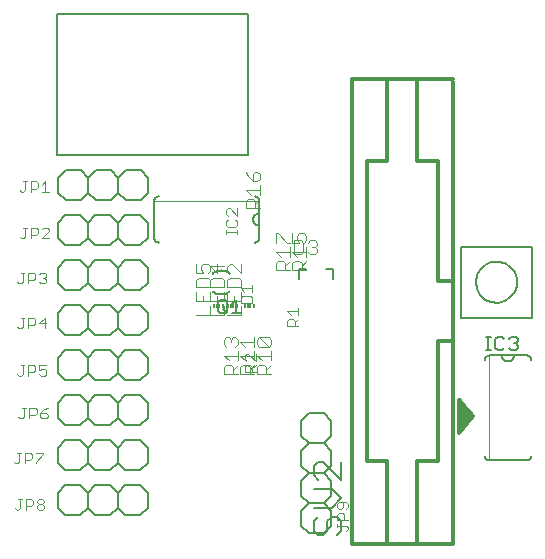
<source format=gbr>
G75*
G70*
%OFA0B0*%
%FSLAX24Y24*%
%IPPOS*%
%LPD*%
%AMOC8*
5,1,8,0,0,1.08239X$1,22.5*
%
%ADD10C,0.0060*%
%ADD11C,0.0040*%
%ADD12C,0.0020*%
%ADD13C,0.0030*%
%ADD14C,0.0050*%
%ADD15R,0.0059X0.0118*%
%ADD16R,0.0118X0.0118*%
%ADD17C,0.0080*%
%ADD18C,0.0120*%
D10*
X002569Y003349D02*
X002319Y003599D01*
X002319Y004099D01*
X002569Y004349D01*
X003069Y004349D01*
X003319Y004099D01*
X003569Y004349D01*
X004069Y004349D01*
X004319Y004099D01*
X004569Y004349D01*
X005069Y004349D01*
X005319Y004099D01*
X005319Y003599D01*
X005069Y003349D01*
X004569Y003349D01*
X004319Y003599D01*
X004069Y003349D01*
X003569Y003349D01*
X003319Y003599D01*
X003069Y003349D01*
X002569Y003349D01*
X003319Y003599D02*
X003319Y004099D01*
X003069Y004849D02*
X002569Y004849D01*
X002319Y005099D01*
X002319Y005599D01*
X002569Y005849D01*
X003069Y005849D01*
X003319Y005599D01*
X003569Y005849D01*
X004069Y005849D01*
X004319Y005599D01*
X004569Y005849D01*
X005069Y005849D01*
X005319Y005599D01*
X005319Y005099D01*
X005069Y004849D01*
X004569Y004849D01*
X004319Y005099D01*
X004069Y004849D01*
X003569Y004849D01*
X003319Y005099D01*
X003069Y004849D01*
X003319Y005099D02*
X003319Y005599D01*
X003069Y006349D02*
X002569Y006349D01*
X002319Y006599D01*
X002319Y007099D01*
X002569Y007349D01*
X003069Y007349D01*
X003319Y007099D01*
X003569Y007349D01*
X004069Y007349D01*
X004319Y007099D01*
X004569Y007349D01*
X005069Y007349D01*
X005319Y007099D01*
X005319Y006599D01*
X005069Y006349D01*
X004569Y006349D01*
X004319Y006599D01*
X004069Y006349D01*
X003569Y006349D01*
X003319Y006599D01*
X003069Y006349D01*
X003319Y006599D02*
X003319Y007099D01*
X003069Y007849D02*
X002569Y007849D01*
X002319Y008099D01*
X002319Y008599D01*
X002569Y008849D01*
X003069Y008849D01*
X003319Y008599D01*
X003569Y008849D01*
X004069Y008849D01*
X004319Y008599D01*
X004569Y008849D01*
X005069Y008849D01*
X005319Y008599D01*
X005319Y008099D01*
X005069Y007849D01*
X004569Y007849D01*
X004319Y008099D01*
X004069Y007849D01*
X003569Y007849D01*
X003319Y008099D01*
X003069Y007849D01*
X003319Y008099D02*
X003319Y008599D01*
X003069Y009349D02*
X002569Y009349D01*
X002319Y009599D01*
X002319Y010099D01*
X002569Y010349D01*
X003069Y010349D01*
X003319Y010099D01*
X003569Y010349D01*
X004069Y010349D01*
X004319Y010099D01*
X004569Y010349D01*
X005069Y010349D01*
X005319Y010099D01*
X005319Y009599D01*
X005069Y009349D01*
X004569Y009349D01*
X004319Y009599D01*
X004069Y009349D01*
X003569Y009349D01*
X003319Y009599D01*
X003069Y009349D01*
X003319Y009599D02*
X003319Y010099D01*
X003069Y010849D02*
X002569Y010849D01*
X002319Y011099D01*
X002319Y011599D01*
X002569Y011849D01*
X003069Y011849D01*
X003319Y011599D01*
X003569Y011849D01*
X004069Y011849D01*
X004319Y011599D01*
X004569Y011849D01*
X005069Y011849D01*
X005319Y011599D01*
X005319Y011099D01*
X005069Y010849D01*
X004569Y010849D01*
X004319Y011099D01*
X004069Y010849D01*
X003569Y010849D01*
X003319Y011099D01*
X003069Y010849D01*
X003319Y011099D02*
X003319Y011599D01*
X003069Y012349D02*
X002569Y012349D01*
X002319Y012599D01*
X002319Y013099D01*
X002569Y013349D01*
X003069Y013349D01*
X003319Y013099D01*
X003569Y013349D01*
X004069Y013349D01*
X004319Y013099D01*
X004569Y013349D01*
X005069Y013349D01*
X005319Y013099D01*
X005319Y012599D01*
X005069Y012349D01*
X004569Y012349D01*
X004319Y012599D01*
X004069Y012349D01*
X003569Y012349D01*
X003319Y012599D01*
X003069Y012349D01*
X003319Y012599D02*
X003319Y013099D01*
X003070Y013849D02*
X002570Y013849D01*
X002320Y014099D01*
X002320Y014599D01*
X002570Y014849D01*
X003070Y014849D01*
X003320Y014599D01*
X003570Y014849D01*
X004070Y014849D01*
X004320Y014599D01*
X004570Y014849D01*
X005070Y014849D01*
X005320Y014599D01*
X005320Y014099D01*
X005070Y013849D01*
X004570Y013849D01*
X004320Y014099D01*
X004070Y013849D01*
X003570Y013849D01*
X003320Y014099D01*
X003070Y013849D01*
X003320Y014099D02*
X003320Y014599D01*
X004320Y014599D02*
X004320Y014099D01*
X004319Y013099D02*
X004319Y012599D01*
X004319Y011599D02*
X004319Y011099D01*
X004319Y010099D02*
X004319Y009599D01*
X004319Y008599D02*
X004319Y008099D01*
X004319Y007099D02*
X004319Y006599D01*
X004319Y005599D02*
X004319Y005099D01*
X004319Y004099D02*
X004319Y003599D01*
X010428Y003501D02*
X010428Y003001D01*
X010678Y002751D01*
X011178Y002751D01*
X011428Y003001D01*
X011428Y003501D01*
X011178Y003751D01*
X010678Y003751D01*
X010428Y003501D01*
X010678Y003751D02*
X010428Y004001D01*
X010428Y004501D01*
X010678Y004751D01*
X010428Y005001D01*
X010428Y005501D01*
X010678Y005751D01*
X010428Y006001D01*
X010428Y006501D01*
X010678Y006751D01*
X011178Y006751D01*
X011428Y006501D01*
X011428Y006001D01*
X011178Y005751D01*
X011428Y005501D01*
X011428Y005001D01*
X011178Y004751D01*
X010678Y004751D01*
X011178Y004751D02*
X011428Y004501D01*
X011428Y004001D01*
X011178Y003751D01*
X011178Y005751D02*
X010678Y005751D01*
X007754Y011509D02*
X007715Y011507D01*
X007676Y011501D01*
X007638Y011492D01*
X007601Y011479D01*
X007565Y011462D01*
X007532Y011442D01*
X007500Y011418D01*
X007471Y011392D01*
X007754Y011509D02*
X007793Y011507D01*
X007832Y011501D01*
X007870Y011492D01*
X007907Y011479D01*
X007943Y011462D01*
X007976Y011442D01*
X008008Y011418D01*
X008037Y011392D01*
X008037Y010826D02*
X008008Y010800D01*
X007976Y010776D01*
X007943Y010756D01*
X007907Y010739D01*
X007870Y010726D01*
X007832Y010717D01*
X007793Y010711D01*
X007754Y010709D01*
X007715Y010711D01*
X007676Y010717D01*
X007638Y010726D01*
X007601Y010739D01*
X007565Y010756D01*
X007532Y010776D01*
X007500Y010800D01*
X007471Y010826D01*
X008872Y012440D02*
X008895Y012442D01*
X008918Y012447D01*
X008940Y012456D01*
X008960Y012469D01*
X008978Y012484D01*
X008993Y012502D01*
X009006Y012522D01*
X009015Y012544D01*
X009020Y012567D01*
X009022Y012590D01*
X009022Y013010D01*
X009022Y013410D01*
X009022Y013830D01*
X009020Y013853D01*
X009015Y013876D01*
X009006Y013898D01*
X008993Y013918D01*
X008978Y013936D01*
X008960Y013951D01*
X008940Y013964D01*
X008918Y013973D01*
X008895Y013978D01*
X008872Y013980D01*
X009022Y013410D02*
X008995Y013408D01*
X008968Y013403D01*
X008942Y013393D01*
X008918Y013381D01*
X008896Y013365D01*
X008876Y013347D01*
X008859Y013325D01*
X008844Y013302D01*
X008834Y013277D01*
X008826Y013251D01*
X008822Y013224D01*
X008822Y013196D01*
X008826Y013169D01*
X008834Y013143D01*
X008844Y013118D01*
X008859Y013095D01*
X008876Y013073D01*
X008896Y013055D01*
X008918Y013039D01*
X008942Y013027D01*
X008968Y013017D01*
X008995Y013012D01*
X009022Y013010D01*
X010352Y011546D02*
X010572Y011546D01*
X010352Y011546D02*
X010352Y011226D01*
X011252Y011546D02*
X011472Y011546D01*
X011472Y011226D01*
X016697Y008678D02*
X017117Y008678D01*
X017517Y008678D01*
X017937Y008678D01*
X017960Y008676D01*
X017983Y008671D01*
X018005Y008662D01*
X018025Y008649D01*
X018043Y008634D01*
X018058Y008616D01*
X018071Y008596D01*
X018080Y008574D01*
X018085Y008551D01*
X018087Y008528D01*
X017517Y008678D02*
X017515Y008651D01*
X017510Y008624D01*
X017500Y008598D01*
X017488Y008574D01*
X017472Y008552D01*
X017454Y008532D01*
X017432Y008515D01*
X017409Y008500D01*
X017384Y008490D01*
X017358Y008482D01*
X017331Y008478D01*
X017303Y008478D01*
X017276Y008482D01*
X017250Y008490D01*
X017225Y008500D01*
X017202Y008515D01*
X017180Y008532D01*
X017162Y008552D01*
X017146Y008574D01*
X017134Y008598D01*
X017124Y008624D01*
X017119Y008651D01*
X017117Y008678D01*
X016697Y008678D02*
X016674Y008676D01*
X016651Y008671D01*
X016629Y008662D01*
X016609Y008649D01*
X016591Y008634D01*
X016576Y008616D01*
X016563Y008596D01*
X016554Y008574D01*
X016549Y008551D01*
X016547Y008528D01*
X016547Y005328D02*
X016549Y005305D01*
X016554Y005282D01*
X016563Y005260D01*
X016576Y005240D01*
X016591Y005222D01*
X016609Y005207D01*
X016629Y005194D01*
X016651Y005185D01*
X016674Y005180D01*
X016697Y005178D01*
X017937Y005178D01*
X017960Y005180D01*
X017983Y005185D01*
X018005Y005194D01*
X018025Y005207D01*
X018043Y005222D01*
X018058Y005240D01*
X018071Y005260D01*
X018080Y005282D01*
X018085Y005305D01*
X018087Y005328D01*
X005672Y012440D02*
X005649Y012442D01*
X005626Y012447D01*
X005604Y012456D01*
X005584Y012469D01*
X005566Y012484D01*
X005551Y012502D01*
X005538Y012522D01*
X005529Y012544D01*
X005524Y012567D01*
X005522Y012590D01*
X005522Y013830D01*
X005524Y013853D01*
X005529Y013876D01*
X005538Y013898D01*
X005551Y013918D01*
X005566Y013936D01*
X005584Y013951D01*
X005604Y013964D01*
X005626Y013973D01*
X005649Y013978D01*
X005672Y013980D01*
D11*
X007932Y013516D02*
X007932Y013396D01*
X007992Y013336D01*
X007992Y013207D02*
X007932Y013147D01*
X007932Y013027D01*
X007992Y012967D01*
X008232Y012967D01*
X008292Y013027D01*
X008292Y013147D01*
X008232Y013207D01*
X008292Y013336D02*
X008052Y013576D01*
X007992Y013576D01*
X007932Y013516D01*
X008292Y013576D02*
X008292Y013336D01*
X008583Y013576D02*
X008583Y013806D01*
X008660Y013883D01*
X008813Y013883D01*
X008890Y013806D01*
X008890Y013576D01*
X009043Y013576D02*
X008583Y013576D01*
X008890Y013729D02*
X009043Y013883D01*
X009043Y014036D02*
X009043Y014343D01*
X009043Y014190D02*
X008583Y014190D01*
X008736Y014036D01*
X008813Y014497D02*
X008813Y014727D01*
X008890Y014804D01*
X008967Y014804D01*
X009043Y014727D01*
X009043Y014573D01*
X008967Y014497D01*
X008813Y014497D01*
X008660Y014650D01*
X008583Y014804D01*
X008292Y012842D02*
X008292Y012722D01*
X008292Y012782D02*
X007932Y012782D01*
X007932Y012722D02*
X007932Y012842D01*
X007632Y011721D02*
X007632Y011414D01*
X007402Y011644D01*
X007862Y011644D01*
X007969Y011640D02*
X007969Y011486D01*
X008046Y011410D01*
X008046Y011256D02*
X007969Y011180D01*
X007969Y010949D01*
X008429Y010949D01*
X008429Y011180D01*
X008353Y011256D01*
X008046Y011256D01*
X007862Y011184D02*
X007786Y011260D01*
X007479Y011260D01*
X007402Y011184D01*
X007402Y010953D01*
X007862Y010953D01*
X007862Y011184D01*
X007862Y010800D02*
X007862Y010493D01*
X007402Y010493D01*
X007402Y010800D01*
X007390Y010800D02*
X007390Y010493D01*
X006929Y010493D01*
X006929Y010800D01*
X006929Y010953D02*
X006929Y011184D01*
X007006Y011260D01*
X007313Y011260D01*
X007390Y011184D01*
X007390Y010953D01*
X006929Y010953D01*
X007160Y010646D02*
X007160Y010493D01*
X007390Y010340D02*
X007390Y010033D01*
X006929Y010033D01*
X007402Y010033D02*
X007862Y010033D01*
X007862Y010340D01*
X007969Y010489D02*
X008429Y010489D01*
X008429Y010796D01*
X008199Y010643D02*
X008199Y010489D01*
X007969Y010489D02*
X007969Y010796D01*
X007632Y010646D02*
X007632Y010493D01*
X007969Y010029D02*
X008429Y010029D01*
X008429Y010336D01*
X008429Y011410D02*
X008122Y011717D01*
X008046Y011717D01*
X007969Y011640D01*
X008429Y011717D02*
X008429Y011410D01*
X007390Y011490D02*
X007313Y011414D01*
X007390Y011490D02*
X007390Y011644D01*
X007313Y011721D01*
X007160Y011721D01*
X007083Y011644D01*
X007083Y011567D01*
X007160Y011414D01*
X006929Y011414D01*
X006929Y011721D01*
X009583Y011744D02*
X009583Y011514D01*
X010043Y011514D01*
X010134Y011514D02*
X010134Y011744D01*
X010211Y011821D01*
X010364Y011821D01*
X010441Y011744D01*
X010441Y011514D01*
X010441Y011667D02*
X010595Y011821D01*
X010595Y011974D02*
X010595Y012281D01*
X010595Y012128D02*
X010134Y012128D01*
X010288Y011974D01*
X010182Y012056D02*
X010412Y012056D01*
X010489Y012133D01*
X010489Y012440D01*
X010412Y012517D01*
X010182Y012517D01*
X010182Y012056D01*
X010043Y012128D02*
X009583Y012128D01*
X009736Y011974D01*
X009660Y011821D02*
X009583Y011744D01*
X009660Y011821D02*
X009813Y011821D01*
X009890Y011744D01*
X009890Y011514D01*
X009890Y011667D02*
X010043Y011821D01*
X010043Y011974D02*
X010043Y012281D01*
X010043Y012434D02*
X009967Y012434D01*
X009660Y012741D01*
X009583Y012741D01*
X009583Y012434D01*
X010134Y012434D02*
X010364Y012434D01*
X010288Y012588D01*
X010288Y012665D01*
X010364Y012741D01*
X010518Y012741D01*
X010595Y012665D01*
X010595Y012511D01*
X010518Y012434D01*
X010642Y012440D02*
X010719Y012517D01*
X010872Y012517D01*
X010949Y012440D01*
X010949Y012363D01*
X010872Y012286D01*
X010949Y012210D01*
X010949Y012133D01*
X010872Y012056D01*
X010719Y012056D01*
X010642Y012133D01*
X010796Y012286D02*
X010872Y012286D01*
X010134Y012434D02*
X010134Y012741D01*
X010134Y011514D02*
X010595Y011514D01*
X009337Y009277D02*
X009030Y009277D01*
X009337Y008970D01*
X009413Y009047D01*
X009413Y009200D01*
X009337Y009277D01*
X009337Y008970D02*
X009030Y008970D01*
X008953Y009047D01*
X008953Y009200D01*
X009030Y009277D01*
X008862Y009277D02*
X008862Y008970D01*
X008862Y009123D02*
X008402Y009123D01*
X008555Y008970D01*
X008311Y009047D02*
X008311Y009200D01*
X008234Y009277D01*
X008158Y009277D01*
X008081Y009200D01*
X008081Y009123D01*
X008081Y009200D02*
X008004Y009277D01*
X007927Y009277D01*
X007851Y009200D01*
X007851Y009047D01*
X007927Y008970D01*
X008234Y008970D02*
X008311Y009047D01*
X008311Y008816D02*
X008311Y008510D01*
X008311Y008663D02*
X007851Y008663D01*
X008004Y008510D01*
X007927Y008356D02*
X008081Y008356D01*
X008158Y008279D01*
X008158Y008049D01*
X008311Y008049D02*
X007851Y008049D01*
X007851Y008279D01*
X007927Y008356D01*
X008158Y008203D02*
X008311Y008356D01*
X008402Y008279D02*
X008479Y008356D01*
X008632Y008356D01*
X008709Y008279D01*
X008709Y008049D01*
X008862Y008049D02*
X008402Y008049D01*
X008402Y008279D01*
X008709Y008203D02*
X008862Y008356D01*
X008953Y008279D02*
X009030Y008356D01*
X009183Y008356D01*
X009260Y008279D01*
X009260Y008049D01*
X009413Y008049D02*
X008953Y008049D01*
X008953Y008279D01*
X008862Y008510D02*
X008862Y008816D01*
X008862Y008663D02*
X008402Y008663D01*
X008555Y008510D01*
X008953Y008663D02*
X009413Y008663D01*
X009413Y008510D02*
X009413Y008816D01*
X009107Y008510D02*
X008953Y008663D01*
X009260Y008203D02*
X009413Y008356D01*
X011688Y003799D02*
X011628Y003739D01*
X011628Y003619D01*
X011688Y003559D01*
X011748Y003559D01*
X011808Y003619D01*
X011808Y003799D01*
X011928Y003799D02*
X011688Y003799D01*
X011928Y003799D02*
X011988Y003739D01*
X011988Y003619D01*
X011928Y003559D01*
X011808Y003430D02*
X011868Y003370D01*
X011868Y003190D01*
X011988Y003190D02*
X011628Y003190D01*
X011628Y003370D01*
X011688Y003430D01*
X011808Y003430D01*
X011628Y003062D02*
X011628Y002942D01*
X011628Y003002D02*
X011928Y003002D01*
X011988Y002942D01*
X011988Y002882D01*
X011928Y002822D01*
X001855Y003597D02*
X001795Y003537D01*
X001675Y003537D01*
X001615Y003597D01*
X001615Y003657D01*
X001675Y003717D01*
X001795Y003717D01*
X001855Y003657D01*
X001855Y003597D01*
X001795Y003717D02*
X001855Y003777D01*
X001855Y003837D01*
X001795Y003897D01*
X001675Y003897D01*
X001615Y003837D01*
X001615Y003777D01*
X001675Y003717D01*
X001487Y003717D02*
X001427Y003657D01*
X001247Y003657D01*
X001247Y003537D02*
X001247Y003897D01*
X001427Y003897D01*
X001487Y003837D01*
X001487Y003717D01*
X001119Y003897D02*
X000999Y003897D01*
X001059Y003897D02*
X001059Y003597D01*
X000999Y003537D01*
X000939Y003537D01*
X000879Y003597D01*
X000899Y005076D02*
X000839Y005136D01*
X000899Y005076D02*
X000959Y005076D01*
X001019Y005136D01*
X001019Y005436D01*
X000959Y005436D02*
X001079Y005436D01*
X001207Y005436D02*
X001207Y005076D01*
X001207Y005196D02*
X001388Y005196D01*
X001448Y005256D01*
X001448Y005376D01*
X001388Y005436D01*
X001207Y005436D01*
X001576Y005436D02*
X001816Y005436D01*
X001816Y005376D01*
X001576Y005136D01*
X001576Y005076D01*
X001365Y006576D02*
X001365Y006936D01*
X001545Y006936D01*
X001605Y006876D01*
X001605Y006756D01*
X001545Y006696D01*
X001365Y006696D01*
X001177Y006636D02*
X001177Y006936D01*
X001117Y006936D02*
X001237Y006936D01*
X001177Y006636D02*
X001117Y006576D01*
X001057Y006576D01*
X000997Y006636D01*
X001733Y006636D02*
X001793Y006576D01*
X001913Y006576D01*
X001973Y006636D01*
X001973Y006696D01*
X001913Y006756D01*
X001733Y006756D01*
X001733Y006636D01*
X001733Y006756D02*
X001853Y006876D01*
X001973Y006936D01*
X001874Y007997D02*
X001754Y007997D01*
X001694Y008057D01*
X001694Y008177D02*
X001814Y008238D01*
X001874Y008238D01*
X001934Y008177D01*
X001934Y008057D01*
X001874Y007997D01*
X001694Y008177D02*
X001694Y008358D01*
X001934Y008358D01*
X001566Y008298D02*
X001566Y008177D01*
X001506Y008117D01*
X001326Y008117D01*
X001326Y007997D02*
X001326Y008358D01*
X001506Y008358D01*
X001566Y008298D01*
X001197Y008358D02*
X001077Y008358D01*
X001137Y008358D02*
X001137Y008057D01*
X001077Y007997D01*
X001017Y007997D01*
X000957Y008057D01*
X001017Y009576D02*
X001077Y009576D01*
X001137Y009636D01*
X001137Y009936D01*
X001077Y009936D02*
X001197Y009936D01*
X001326Y009936D02*
X001506Y009936D01*
X001566Y009876D01*
X001566Y009756D01*
X001506Y009696D01*
X001326Y009696D01*
X001326Y009576D02*
X001326Y009936D01*
X001694Y009756D02*
X001934Y009756D01*
X001874Y009576D02*
X001874Y009936D01*
X001694Y009756D01*
X001017Y009576D02*
X000957Y009636D01*
X001017Y011076D02*
X001077Y011076D01*
X001137Y011136D01*
X001137Y011436D01*
X001077Y011436D02*
X001197Y011436D01*
X001326Y011436D02*
X001506Y011436D01*
X001566Y011376D01*
X001566Y011256D01*
X001506Y011196D01*
X001326Y011196D01*
X001326Y011076D02*
X001326Y011436D01*
X001017Y011076D02*
X000957Y011136D01*
X001694Y011136D02*
X001754Y011076D01*
X001874Y011076D01*
X001934Y011136D01*
X001934Y011196D01*
X001874Y011256D01*
X001814Y011256D01*
X001874Y011256D02*
X001934Y011316D01*
X001934Y011376D01*
X001874Y011436D01*
X001754Y011436D01*
X001694Y011376D01*
X001773Y012576D02*
X002013Y012816D01*
X002013Y012876D01*
X001953Y012936D01*
X001833Y012936D01*
X001773Y012876D01*
X001645Y012876D02*
X001645Y012756D01*
X001584Y012696D01*
X001404Y012696D01*
X001404Y012576D02*
X001404Y012936D01*
X001584Y012936D01*
X001645Y012876D01*
X001773Y012576D02*
X002013Y012576D01*
X001216Y012636D02*
X001216Y012936D01*
X001156Y012936D02*
X001276Y012936D01*
X001216Y012636D02*
X001156Y012576D01*
X001096Y012576D01*
X001036Y012636D01*
X001097Y014115D02*
X001157Y014115D01*
X001217Y014175D01*
X001217Y014476D01*
X001157Y014476D02*
X001277Y014476D01*
X001406Y014476D02*
X001586Y014476D01*
X001646Y014416D01*
X001646Y014296D01*
X001586Y014236D01*
X001406Y014236D01*
X001406Y014115D02*
X001406Y014476D01*
X001774Y014356D02*
X001894Y014476D01*
X001894Y014115D01*
X001774Y014115D02*
X002014Y014115D01*
X001097Y014115D02*
X001037Y014175D01*
D12*
X005522Y013840D02*
X009022Y013840D01*
X016687Y008678D02*
X016687Y005178D01*
D13*
X010326Y009652D02*
X009956Y009652D01*
X009956Y009837D01*
X010018Y009899D01*
X010141Y009899D01*
X010203Y009837D01*
X010203Y009652D01*
X010203Y009776D02*
X010326Y009899D01*
X010326Y010020D02*
X010326Y010267D01*
X010326Y010144D02*
X009956Y010144D01*
X010079Y010020D01*
X008779Y010423D02*
X008779Y010609D01*
X008717Y010670D01*
X008470Y010670D01*
X008408Y010609D01*
X008408Y010423D01*
X008779Y010423D01*
X008779Y010792D02*
X008779Y011039D01*
X008779Y010915D02*
X008408Y010915D01*
X008532Y010792D01*
X008598Y008735D02*
X008536Y008673D01*
X008536Y008549D01*
X008598Y008488D01*
X008598Y008366D02*
X008721Y008366D01*
X008783Y008305D01*
X008783Y008119D01*
X008907Y008119D02*
X008536Y008119D01*
X008536Y008305D01*
X008598Y008366D01*
X008783Y008243D02*
X008907Y008366D01*
X008907Y008488D02*
X008660Y008735D01*
X008598Y008735D01*
X008907Y008735D02*
X008907Y008488D01*
D14*
X008419Y010084D02*
X008119Y010084D01*
X008269Y010084D02*
X008269Y010534D01*
X008119Y010384D01*
X007959Y010459D02*
X007959Y010159D01*
X007884Y010084D01*
X007734Y010084D01*
X007659Y010159D01*
X007659Y010459D01*
X007734Y010534D01*
X007884Y010534D01*
X007959Y010459D01*
X007809Y010234D02*
X007959Y010084D01*
X008668Y015341D02*
X002290Y015341D01*
X002290Y020066D01*
X008668Y020066D01*
X008668Y015341D01*
X015754Y012298D02*
X015754Y009936D01*
X018117Y009936D01*
X018117Y012298D01*
X015754Y012298D01*
X016246Y011117D02*
X016283Y011341D01*
X016391Y011540D01*
X016558Y011694D01*
X016766Y011785D01*
X016992Y011804D01*
X017212Y011748D01*
X017402Y011624D01*
X017541Y011445D01*
X017615Y011230D01*
X017615Y011004D01*
X017541Y010789D01*
X017402Y010610D01*
X017212Y010486D01*
X016992Y010430D01*
X016766Y010449D01*
X016558Y010540D01*
X016391Y010694D01*
X016283Y010893D01*
X016246Y011117D01*
X016592Y009303D02*
X016742Y009303D01*
X016667Y009303D02*
X016667Y008853D01*
X016592Y008853D02*
X016742Y008853D01*
X016899Y008928D02*
X016974Y008853D01*
X017124Y008853D01*
X017199Y008928D01*
X017360Y008928D02*
X017435Y008853D01*
X017585Y008853D01*
X017660Y008928D01*
X017660Y009003D01*
X017585Y009078D01*
X017510Y009078D01*
X017585Y009078D02*
X017660Y009153D01*
X017660Y009228D01*
X017585Y009303D01*
X017435Y009303D01*
X017360Y009228D01*
X017199Y009228D02*
X017124Y009303D01*
X016974Y009303D01*
X016899Y009228D01*
X016899Y008928D01*
D15*
X008847Y010318D03*
X008552Y010318D03*
X008280Y010322D03*
X007985Y010322D03*
X007807Y010322D03*
X007512Y010322D03*
D16*
X007660Y010322D03*
X008132Y010322D03*
X008699Y010318D03*
D17*
X010994Y005140D02*
X010841Y004986D01*
X010841Y004679D01*
X010994Y004526D01*
X010841Y004219D02*
X011455Y004219D01*
X011762Y003912D01*
X011455Y003605D01*
X010841Y003605D01*
X010994Y003298D02*
X010841Y003145D01*
X010841Y002838D01*
X010994Y002685D01*
X011148Y002685D01*
X011301Y002838D01*
X011301Y003145D01*
X011455Y003298D01*
X011608Y003298D01*
X011762Y003145D01*
X011762Y002838D01*
X011608Y002685D01*
X011762Y004526D02*
X011148Y005140D01*
X010994Y005140D01*
X011762Y005140D02*
X011762Y004526D01*
D18*
X012620Y005145D02*
X013302Y005145D01*
X013302Y002445D01*
X014302Y002445D02*
X014302Y005145D01*
X014983Y005145D01*
X014983Y009145D01*
X015002Y009145D02*
X015494Y009145D01*
X015494Y002395D01*
X015472Y002395D02*
X012109Y002395D01*
X012109Y017895D01*
X015472Y017895D01*
X015494Y017795D02*
X015494Y011145D01*
X015002Y011145D01*
X014983Y011145D02*
X014983Y015145D01*
X014302Y015145D01*
X014302Y017845D01*
X013302Y017845D02*
X013302Y015145D01*
X012620Y015145D01*
X012620Y015095D02*
X012620Y005145D01*
X015702Y006095D02*
X016152Y006645D01*
X015702Y007195D01*
X015702Y006095D01*
X015702Y006121D02*
X015724Y006121D01*
X015702Y006240D02*
X015821Y006240D01*
X015918Y006359D02*
X015702Y006359D01*
X015702Y006477D02*
X016015Y006477D01*
X016112Y006596D02*
X015702Y006596D01*
X015702Y006714D02*
X016095Y006714D01*
X015998Y006833D02*
X015702Y006833D01*
X015702Y006951D02*
X015901Y006951D01*
X015804Y007070D02*
X015702Y007070D01*
X015702Y007188D02*
X015707Y007188D01*
X015502Y009145D02*
X015502Y011145D01*
M02*

</source>
